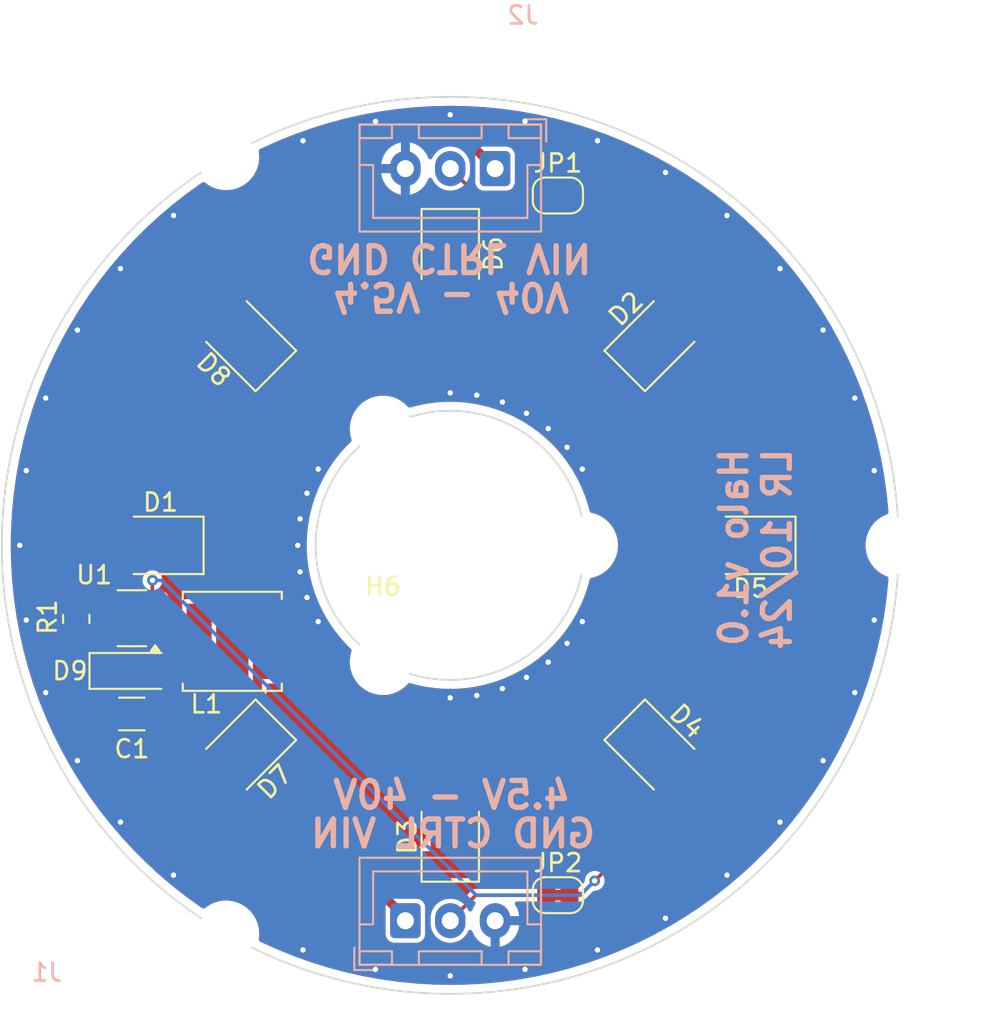
<source format=kicad_pcb>
(kicad_pcb (version 20240108) (generator "pcbnew") (generator_version "8.0")
  (layers (0 "F.Cu" signal) (31 "B.Cu" signal) (34 "B.Paste" user) (35 "F.Paste" user) (36 "B.SilkS" user "B.Silkscreen") (37 "F.SilkS" user "F.Silkscreen") (38 "B.Mask" user) (39 "F.Mask" user) (44 "Edge.Cuts" user))
  (net 0 "")
  (net 1 "+24V")
  (net 2 "GND")
  (net 3 "/V_LED")
  (net 4 "Net-(D1-K)")
  (net 5 "Net-(D2-K)")
  (net 6 "Net-(D3-K)")
  (net 7 "/KATHODE_LED")
  (net 8 "Net-(D9-A)")
  (net 9 "/CTRL")
  (net 10 "Net-(D2-A)")
  (net 11 "Net-(D3-A)")
  (net 12 "Net-(D4-A)")
  (net 13 "Net-(D6-A)")
  (net 14 "Net-(J1-Pin_2)")
  (net 15 "Net-(J2-Pin_2)")
  (footprint "MountingHole:MountingHole_3.2mm_M3" (layer "F.Cu") (at 138.25 93.504809)
    (property "Reference" "H5" (hide yes))
    (property "Value" "MountingHole")
    (pad "" np_thru_hole circle (at 0 0) (size 3.2 3.2) (drill 3.2) (layers "*.Cu" "*.Mask"))
  )
  (footprint "Inductor_SMD:L_Changjiang_FNR5020S" (layer "F.Cu") (at 129.85 105.35 180)
    (property "Reference" "L1" (at 1.45 -3.5 360) (layer "F.SilkS"))
    (property "Value" "47uH")
    (fp_line (start 2.76 2.76) (end 2.76 2.36) (stroke (width 0.12)) (layer "F.SilkS"))
    (fp_line (start 2.76 -2.76) (end 2.76 -2.359999) (stroke (width 0.12)) (layer "F.SilkS"))
    (fp_line (start -2.76 2.76) (end 2.76 2.76) (stroke (width 0.12)) (layer "F.SilkS"))
    (fp_line (start -2.76 2.76) (end -2.76 2.359999) (stroke (width 0.12)) (layer "F.SilkS"))
    (fp_line (start -2.76 -2.76) (end 2.76 -2.76) (stroke (width 0.12)) (layer "F.SilkS"))
    (fp_line (start -2.76 -2.76) (end -2.76 -2.36) (stroke (width 0.12)) (layer "F.SilkS"))
    (pad "1" smd rect (at -1.85 0 180) (size 1.4 4.2) (layers "F.Cu" "F.Paste" "F.Mask") (net 7 "/KATHODE_LED"))
    (pad "2" smd rect (at 1.85 0 180) (size 1.4 4.2) (layers "F.Cu" "F.Paste" "F.Mask") (net 8 "Net-(D9-A)"))
  )
  (footprint "Resistor_SMD:R_0805_2012Metric" (layer "F.Cu") (at 121.15 104.1 -90)
    (property "Reference" "R1" (at -0.1 1.6 90) (layer "F.SilkS"))
    (property "Value" "0R3")
    (fp_line (start -0.227064 0.735) (end 0.227064 0.735) (stroke (width 0.12)) (layer "F.SilkS"))
    (fp_line (start -0.227064 -0.735) (end 0.227064 -0.735) (stroke (width 0.12)) (layer "F.SilkS"))
    (pad "1" smd roundrect (at -0.9125 0 270) (size 1.025 1.4) (layers "F.Cu" "F.Paste" "F.Mask") (roundrect_rratio 0.243902) (net 3 "/V_LED"))
    (pad "2" smd roundrect (at 0.9125 0 270) (size 1.025 1.4) (layers "F.Cu" "F.Paste" "F.Mask") (roundrect_rratio 0.243902) (net 1 "+24V"))
  )
  (footprint "LED_SMD:LED_PLCC_2835_Handsoldering" (layer "F.Cu") (at 142 83.75 -90)
    (property "Reference" "D6" (at 0 -2.4 90) (layer "F.SilkS"))
    (property "Value" "LED")
    (fp_line (start 1.4 1.6) (end -2.5 1.6) (stroke (width 0.12)) (layer "F.SilkS"))
    (fp_line (start -2.5 -1.6) (end -2.5 1.6) (stroke (width 0.12)) (layer "F.SilkS"))
    (fp_line (start 1.4 -1.6) (end -2.5 -1.6) (stroke (width 0.12)) (layer "F.SilkS"))
    (pad "1" smd rect (at -1.05 0 270) (size 2.5 2.2) (layers "F.Cu" "F.Paste" "F.Mask") (net 10 "Net-(D2-A)"))
    (pad "2" smd rect (at 1.525 0 270) (size 1.55 2.2) (layers "F.Cu" "F.Paste" "F.Mask") (net 13 "Net-(D6-A)"))
  )
  (footprint "Jumper:SolderJumper-2_P1.3mm_Bridged_RoundedPad1.0x1.5mm" (layer "F.Cu") (at 148 119.5)
    (property "Reference" "JP2" (at 0 -1.8 360) (layer "F.SilkS"))
    (property "Value" "SolderJumper_2_Bridged")
    (fp_poly (pts (xy 0.25 -0.3) (xy -0.25 -0.3) (xy -0.25 0.3) (xy 0.25 0.3)) (fill solid) (layer "F.Cu"))
    (fp_line (start -1.4 0.3) (end -1.4 -0.3) (stroke (width 0.12)) (layer "F.SilkS"))
    (fp_line (start -0.7 -1) (end 0.7 -1) (stroke (width 0.12)) (layer "F.SilkS"))
    (fp_line (start 0.7 1) (end -0.7 1) (stroke (width 0.12)) (layer "F.SilkS"))
    (fp_line (start 1.4 -0.3) (end 1.4 0.3) (stroke (width 0.12)) (layer "F.SilkS"))
    (fp_arc (start -1.4 -0.3) (mid -1.194975 -0.794975) (end -0.7 -1) (stroke (width 0.12)) (layer "F.SilkS"))
    (fp_arc (start -0.7 1) (mid -1.194975 0.794975) (end -1.4 0.3) (stroke (width 0.12)) (layer "F.SilkS"))
    (fp_arc (start 0.7 -1) (mid 1.194975 -0.794975) (end 1.4 -0.3) (stroke (width 0.12)) (layer "F.SilkS"))
    (fp_arc (start 1.4 0.3) (mid 1.194975 0.794975) (end 0.7 1) (stroke (width 0.12)) (layer "F.SilkS"))
    (pad "1" smd custom (at -0.65 0) (size 1 0.5) (layers "F.Cu" "F.Mask") (net 14 "Net-(J1-Pin_2)") (options (clearance outline) (anchor rect)) (primitives (gr_circle (center 0 0.25) (end 0.5 0.25) (width 0) (fill yes)) (gr_circle (center 0 -0.25) (end 0.5 -0.25) (width 0) (fill yes)) (gr_poly (pts (xy 0.5 0.75) (xy 0 0.75) (xy 0 -0.75) (xy 0.5 -0.75)) (width 0) (fill yes))))
    (pad "2" smd custom (at 0.65 0) (size 1 0.5) (layers "F.Cu" "F.Mask") (net 9 "/CTRL") (options (clearance outline) (anchor rect)) (primitives (gr_circle (center 0 0.25) (end 0.5 0.25) (width 0) (fill yes)) (gr_circle (center 0 -0.25) (end 0.5 -0.25) (width 0) (fill yes)) (gr_poly (pts (xy 0 0.75) (xy -0.5 0.75) (xy -0.5 -0.75) (xy 0 -0.75)) (width 0) (fill yes))))
  )
  (footprint "Diode_SMD:D_SOD-123" (layer "F.Cu") (at 124.25 107)
    (property "Reference" "D9" (at -3.45 0 360) (layer "F.SilkS"))
    (property "Value" "D_Schottky")
    (fp_line (start -2.36 -1) (end -2.36 1) (stroke (width 0.12)) (layer "F.SilkS"))
    (fp_line (start -2.36 -1) (end 1.65 -1) (stroke (width 0.12)) (layer "F.SilkS"))
    (fp_line (start -2.36 1) (end 1.65 1) (stroke (width 0.12)) (layer "F.SilkS"))
    (pad "1" smd roundrect (at -1.65 0) (size 0.9 1.2) (layers "F.Cu" "F.Paste" "F.Mask") (net 1 "+24V"))
    (pad "2" smd roundrect (at 1.65 0) (size 0.9 1.2) (layers "F.Cu" "F.Paste" "F.Mask") (net 8 "Net-(D9-A)"))
  )
  (footprint "MountingHole:MountingHole_3.2mm_M3" (layer "F.Cu") (at 167 100)
    (property "Reference" "H3" (hide yes))
    (property "Value" "MountingHole")
    (pad "" np_thru_hole circle (at 0 0) (size 3.2 3.2) (drill 3.2) (layers "*.Cu" "*.Mask"))
  )
  (footprint "LED_SMD:LED_PLCC_2835_Handsoldering" (layer "F.Cu") (at 130.509515 88.509515 135)
    (property "Reference" "D8" (at 0 -2.4 135) (layer "F.SilkS"))
    (property "Value" "LED")
    (fp_line (start 1.4 -1.6) (end -2.5 -1.6) (stroke (width 0.12)) (layer "F.SilkS"))
    (fp_line (start 1.4 1.6) (end -2.5 1.6) (stroke (width 0.12)) (layer "F.SilkS"))
    (fp_line (start -2.5 -1.6) (end -2.5 1.6) (stroke (width 0.12)) (layer "F.SilkS"))
    (pad "1" smd rect (at -1.05 0 135) (size 2.5 2.2) (layers "F.Cu" "F.Paste" "F.Mask") (net 13 "Net-(D6-A)"))
    (pad "2" smd rect (at 1.525 0 135) (size 1.55 2.2) (layers "F.Cu" "F.Paste" "F.Mask") (net 4 "Net-(D1-K)"))
  )
  (footprint "MountingHole:MountingHole_3.2mm_M3" (layer "F.Cu") (at 129.5 78.349365)
    (property "Reference" "H2" (hide yes))
    (property "Value" "MountingHole")
    (pad "" np_thru_hole circle (at 0 0) (size 3.2 3.2) (drill 3.2) (layers "*.Cu" "*.Mask"))
  )
  (footprint "LED_SMD:LED_PLCC_2835_Handsoldering" (layer "F.Cu") (at 153.490485 88.509515 45)
    (property "Reference" "D2" (at 0 -2.4 45) (layer "F.SilkS"))
    (property "Value" "LED")
    (fp_line (start -2.5 -1.6) (end -2.5 1.6) (stroke (width 0.12)) (layer "F.SilkS"))
    (fp_line (start 1.4 -1.6) (end -2.5 -1.6) (stroke (width 0.12)) (layer "F.SilkS"))
    (fp_line (start 1.4 1.6) (end -2.5 1.6) (stroke (width 0.12)) (layer "F.SilkS"))
    (pad "1" smd rect (at -1.05 0 45) (size 2.5 2.2) (layers "F.Cu" "F.Paste" "F.Mask") (net 5 "Net-(D2-K)"))
    (pad "2" smd rect (at 1.525 0 45) (size 1.55 2.2) (layers "F.Cu" "F.Paste" "F.Mask") (net 10 "Net-(D2-A)"))
  )
  (footprint "MountingHole:MountingHole_3.2mm_M3" (layer "F.Cu") (at 149.5 100)
    (property "Reference" "H4" (hide yes))
    (property "Value" "MountingHole")
    (pad "" np_thru_hole circle (at 0 0) (size 3.2 3.2) (drill 3.2) (layers "*.Cu" "*.Mask"))
  )
  (footprint "LED_SMD:LED_PLCC_2835_Handsoldering" (layer "F.Cu") (at 153.490485 111.490485 -45)
    (property "Reference" "D4" (at 0 -2.4 135) (layer "F.SilkS"))
    (property "Value" "LED")
    (fp_line (start -2.5 -1.6) (end -2.5 1.6) (stroke (width 0.12)) (layer "F.SilkS"))
    (fp_line (start 1.4 1.6) (end -2.5 1.6) (stroke (width 0.12)) (layer "F.SilkS"))
    (fp_line (start 1.4 -1.6) (end -2.5 -1.6) (stroke (width 0.12)) (layer "F.SilkS"))
    (pad "1" smd rect (at -1.05 0 315) (size 2.5 2.2) (layers "F.Cu" "F.Paste" "F.Mask") (net 11 "Net-(D3-A)"))
    (pad "2" smd rect (at 1.525 0 315) (size 1.55 2.2) (layers "F.Cu" "F.Paste" "F.Mask") (net 12 "Net-(D4-A)"))
  )
  (footprint "Package_TO_SOT_SMD:TSOT-23-5" (layer "F.Cu") (at 124.25 104.0625 180)
    (property "Reference" "U1" (at 2.1 2.4125 360) (layer "F.SilkS"))
    (property "Value" "AL8860MP")
    (fp_line (start 0 1.56) (end 0.8 1.56) (stroke (width 0.12)) (layer "F.SilkS"))
    (fp_line (start 0 1.56) (end -0.8 1.56) (stroke (width 0.12)) (layer "F.SilkS"))
    (fp_line (start 0 -1.56) (end 0.8 -1.56) (stroke (width 0.12)) (layer "F.SilkS"))
    (fp_line (start 0 -1.56) (end -0.8 -1.56) (stroke (width 0.12)) (layer "F.SilkS"))
    (fp_poly (pts (xy -1.3 -1.51) (xy -1.54 -1.84) (xy -1.06 -1.84) (xy -1.3 -1.51)) (stroke (width 0.12)) (fill solid) (layer "F.SilkS"))
    (pad "1" smd roundrect (at -1.1375 -0.95 180) (size 1.325 0.6) (layers "F.Cu" "F.Paste" "F.Mask") (net 8 "Net-(D9-A)"))
    (pad "2" smd roundrect (at -1.1375 0 180) (size 1.325 0.6) (layers "F.Cu" "F.Paste" "F.Mask") (net 2 "GND"))
    (pad "3" smd roundrect (at -1.1375 0.95 180) (size 1.325 0.6) (layers "F.Cu" "F.Paste" "F.Mask") (net 9 "/CTRL"))
    (pad "4" smd roundrect (at 1.1375 0.95 180) (size 1.325 0.6) (layers "F.Cu" "F.Paste" "F.Mask") (net 3 "/V_LED"))
    (pad "5" smd roundrect (at 1.1375 -0.95 180) (size 1.325 0.6) (layers "F.Cu" "F.Paste" "F.Mask") (net 1 "+24V"))
  )
  (footprint "MountingHole:MountingHole_3.2mm_M3" (layer "F.Cu") (at 138.25 106.495191)
    (property "Reference" "H6" (at 0 -4.2 0) (layer "F.SilkS"))
    (property "Value" "MountingHole")
    (pad "" np_thru_hole circle (at 0 0) (size 3.2 3.2) (drill 3.2) (layers "*.Cu" "*.Mask"))
  )
  (footprint "MountingHole:MountingHole_3.2mm_M3" (layer "F.Cu") (at 129.5 121.650635)
    (property "Reference" "H1" (hide yes))
    (property "Value" "MountingHole")
    (pad "" np_thru_hole circle (at 0 0) (size 3.2 3.2) (drill 3.2) (layers "*.Cu" "*.Mask"))
  )
  (footprint "LED_SMD:LED_PLCC_2835_Handsoldering" (layer "F.Cu") (at 130.509515 111.490485 -135)
    (property "Reference" "D7" (at 0 -2.4 45) (layer "F.SilkS"))
    (property "Value" "LED")
    (fp_line (start 1.4 1.6) (end -2.5 1.6) (stroke (width 0.12)) (layer "F.SilkS"))
    (fp_line (start 1.4 -1.6) (end -2.5 -1.6) (stroke (width 0.12)) (layer "F.SilkS"))
    (fp_line (start -2.5 -1.6) (end -2.5 1.6) (stroke (width 0.12)) (layer "F.SilkS"))
    (pad "1" smd rect (at -1.05 0 225) (size 2.5 2.2) (layers "F.Cu" "F.Paste" "F.Mask") (net 7 "/KATHODE_LED"))
    (pad "2" smd rect (at 1.525 0 225) (size 1.55 2.2) (layers "F.Cu" "F.Paste" "F.Mask") (net 6 "Net-(D3-K)"))
  )
  (footprint "LED_SMD:LED_PLCC_2835_Handsoldering" (layer "F.Cu") (at 142 116.25 90)
    (property "Reference" "D3" (at 0 -2.4 90) (layer "F.SilkS"))
    (property "Value" "LED")
    (fp_line (start 1.4 -1.6) (end -2.5 -1.6) (stroke (width 0.12)) (layer "F.SilkS"))
    (fp_line (start -2.5 -1.6) (end -2.5 1.6) (stroke (width 0.12)) (layer "F.SilkS"))
    (fp_line (start 1.4 1.6) (end -2.5 1.6) (stroke (width 0.12)) (layer "F.SilkS"))
    (pad "1" smd rect (at -1.05 0 90) (size 2.5 2.2) (layers "F.Cu" "F.Paste" "F.Mask") (net 6 "Net-(D3-K)"))
    (pad "2" smd rect (at 1.525 0 90) (size 1.55 2.2) (layers "F.Cu" "F.Paste" "F.Mask") (net 11 "Net-(D3-A)"))
  )
  (footprint "LED_SMD:LED_PLCC_2835_Handsoldering" (layer "F.Cu") (at 125.75 100 180)
    (property "Reference" "D1" (at -0.1 2.4 0) (layer "F.SilkS"))
    (property "Value" "LED")
    (fp_line (start 1.4 1.6) (end -2.5 1.6) (stroke (width 0.12)) (layer "F.SilkS"))
    (fp_line (start 1.4 -1.6) (end -2.5 -1.6) (stroke (width 0.12)) (layer "F.SilkS"))
    (fp_line (start -2.5 -1.6) (end -2.5 1.6) (stroke (width 0.12)) (layer "F.SilkS"))
    (pad "1" smd rect (at -1.05 0 180) (size 2.5 2.2) (layers "F.Cu" "F.Paste" "F.Mask") (net 4 "Net-(D1-K)"))
    (pad "2" smd rect (at 1.525 0 180) (size 1.55 2.2) (layers "F.Cu" "F.Paste" "F.Mask") (net 3 "/V_LED"))
  )
  (footprint "Capacitor_SMD:C_1206_3216Metric_Pad1.33x1.80mm_HandSolder" (layer "F.Cu") (at 124.25 109.4)
    (property "Reference" "C1" (at 0 1.95 360) (layer "F.SilkS"))
    (property "Value" "10uF")
    (fp_line (start -0.711252 -0.91) (end 0.711252 -0.91) (stroke (width 0.12)) (layer "F.SilkS"))
    (fp_line (start -0.711252 0.91) (end 0.711252 0.91) (stroke (width 0.12)) (layer "F.SilkS"))
    (pad "1" smd roundrect (at -1.5625 0) (size 1.325 1.8) (layers "F.Cu" "F.Paste" "F.Mask") (roundrect_rratio 0.188679) (net 1 "+24V"))
    (pad "2" smd roundrect (at 1.5625 0) (size 1.325 1.8) (layers "F.Cu" "F.Paste" "F.Mask") (roundrect_rratio 0.188679) (net 2 "GND"))
  )
  (footprint "Jumper:SolderJumper-2_P1.3mm_Bridged_RoundedPad1.0x1.5mm" (layer "F.Cu") (at 148 80.5)
    (property "Reference" "JP1" (at 0 -1.8 360) (layer "F.SilkS"))
    (property "Value" "SolderJumper_2_Bridged")
    (fp_poly (pts (xy 0.25 -0.3) (xy -0.25 -0.3) (xy -0.25 0.3) (xy 0.25 0.3)) (fill solid) (layer "F.Cu"))
    (fp_line (start -1.4 0.3) (end -1.4 -0.3) (stroke (width 0.12)) (layer "F.SilkS"))
    (fp_line (start -0.7 -1) (end 0.7 -1) (stroke (width 0.12)) (layer "F.SilkS"))
    (fp_line (start 0.7 1) (end -0.7 1) (stroke (width 0.12)) (layer "F.SilkS"))
    (fp_line (start 1.4 -0.3) (end 1.4 0.3) (stroke (width 0.12)) (layer "F.SilkS"))
    (fp_arc (start -1.4 -0.3) (mid -1.194975 -0.794975) (end -0.7 -1) (stroke (width 0.12)) (layer "F.SilkS"))
    (fp_arc (start -0.7 1) (mid -1.194975 0.794975) (end -1.4 0.3) (stroke (width 0.12)) (layer "F.SilkS"))
    (fp_arc (start 0.7 -1) (mid 1.194975 -0.794975) (end 1.4 -0.3) (stroke (width 0.12)) (layer "F.SilkS"))
    (fp_arc (start 1.4 0.3) (mid 1.194975 0.794975) (end 0.7 1) (stroke (width 0.12)) (layer "F.SilkS"))
    (pad "1" smd custom (at -0.65 0) (size 1 0.5) (layers "F.Cu" "F.Mask") (net 15 "Net-(J2-Pin_2)") (options (clearance outline) (anchor rect)) (primitives (gr_circle (center 0 0.25) (end 0.5 0.25) (width 0) (fill yes)) (gr_circle (center 0 -0.25) (end 0.5 -0.25) (width 0) (fill yes)) (gr_poly (pts (xy 0.5 0.75) (xy 0 0.75) (xy 0 -0.75) (xy 0.5 -0.75)) (width 0) (fill yes))))
    (pad "2" smd custom (at 0.65 0) (size 1 0.5) (layers "F.Cu" "F.Mask") (net 9 "/CTRL") (options (clearance outline) (anchor rect)) (primitives (gr_circle (center 0 0.25) (end 0.5 0.25) (width 0) (fill yes)) (gr_circle (center 0 -0.25) (end 0.5 -0.25) (width 0) (fill yes)) (gr_poly (pts (xy 0 0.75) (xy -0.5 0.75) (xy -0.5 -0.75) (xy 0 -0.75)) (width 0) (fill yes))))
  )
  (footprint "LED_SMD:LED_PLCC_2835_Handsoldering" (layer "F.Cu") (at 158.75 100 180)
    (property "Reference" "D5" (at 0 -2.4 180) (layer "F.SilkS"))
    (property "Value" "LED")
    (fp_line (start 1.4 1.6) (end -2.5 1.6) (stroke (width 0.12)) (layer "F.SilkS"))
    (fp_line (start 1.4 -1.6) (end -2.5 -1.6) (stroke (width 0.12)) (layer "F.SilkS"))
    (fp_line (start -2.5 -1.6) (end -2.5 1.6) (stroke (width 0.12)) (layer "F.SilkS"))
    (pad "1" smd rect (at -1.05 0 180) (size 2.5 2.2) (layers "F.Cu" "F.Paste" "F.Mask") (net 12 "Net-(D4-A)"))
    (pad "2" smd rect (at 1.525 0 180) (size 1.55 2.2) (layers "F.Cu" "F.Paste" "F.Mask") (net 5 "Net-(D2-K)"))
  )
  (footprint "Connector_JST:JST_XH_B3B-XH-A_1x03_P2.50mm_Vertical" (layer "B.Cu") (at 139.5 120.925)
    (property "Reference" "J1" (at -20 2.875 0) (layer "B.SilkS") (effects (justify mirror)))
    (property "Value" "Conn_01x03_Pin")
    (fp_line (start -2.85 1.5) (end -2.85 2.75) (stroke (width 0.12)) (layer "B.SilkS"))
    (fp_line (start -2.85 2.75) (end -1.6 2.75) (stroke (width 0.12)) (layer "B.SilkS"))
    (fp_line (start -2.56 -3.51) (end -2.56 2.46) (stroke (width 0.12)) (layer "B.SilkS"))
    (fp_line (start -2.56 2.46) (end 7.56 2.46) (stroke (width 0.12)) (layer "B.SilkS"))
    (fp_line (start -2.55 1.7) (end -2.55 2.45) (stroke (width 0.12)) (layer "B.SilkS"))
    (fp_line (start -2.55 2.45) (end -0.75 2.45) (stroke (width 0.12)) (layer "B.SilkS"))
    (fp_line (start -1.8 -2.75) (end -1.8 0.2) (stroke (width 0.12)) (layer "B.SilkS"))
    (fp_line (start -1.8 0.2) (end -2.55 0.2) (stroke (width 0.12)) (layer "B.SilkS"))
    (fp_line (start -0.75 1.7) (end -2.55 1.7) (stroke (width 0.12)) (layer "B.SilkS"))
    (fp_line (start -0.75 2.45) (end -0.75 1.7) (stroke (width 0.12)) (layer "B.SilkS"))
    (fp_line (start 0.75 1.7) (end 0.75 2.45) (stroke (width 0.12)) (layer "B.SilkS"))
    (fp_line (start 0.75 2.45) (end 4.25 2.45) (stroke (width 0.12)) (layer "B.SilkS"))
    (fp_line (start 2.5 -2.75) (end -1.8 -2.75) (stroke (width 0.12)) (layer "B.SilkS"))
    (fp_line (start 2.5 -2.75) (end 6.8 -2.75) (stroke (width 0.12)) (layer "B.SilkS"))
    (fp_line (start 4.25 1.7) (end 0.75 1.7) (stroke (width 0.12)) (layer "B.SilkS"))
    (fp_line (start 4.25 2.45) (end 4.25 1.7) (stroke (width 0.12)) (layer "B.SilkS"))
    (fp_line (start 5.75 1.7) (end 5.75 2.45) (stroke (width 0.12)) (layer "B.SilkS"))
    (fp_line (start 5.75 2.45) (end 7.55 2.45) (stroke (width 0.12)) (layer "B.SilkS"))
    (fp_line (start 6.8 -2.75) (end 6.8 0.2) (stroke (width 0.12)) (layer "B.SilkS"))
    (fp_line (start 6.8 0.2) (end 7.55 0.2) (stroke (width 0.12)) (layer "B.SilkS"))
    (fp_line (start 7.55 1.7) (end 5.75 1.7) (stroke (width 0.12)) (layer "B.SilkS"))
    (fp_line (start 7.55 2.45) (end 7.55 1.7) (stroke (width 0.12)) (layer "B.SilkS"))
    (fp_line (start 7.56 -3.51) (end -2.56 -3.51) (stroke (width 0.12)) (layer "B.SilkS"))
    (fp_line (start 7.56 2.46) (end 7.56 -3.51) (stroke (width 0.12)) (layer "B.SilkS"))
    (pad "1" thru_hole roundrect (at 0 0) (size 1.7 1.95) (drill 0.95) (layers "*.Cu" "*.Mask") (roundrect_rratio 0.147059) (net 1 "+24V"))
    (pad "2" thru_hole oval (at 2.5 0) (size 1.7 1.95) (drill 0.95) (layers "*.Cu" "*.Mask") (net 14 "Net-(J1-Pin_2)"))
    (pad "3" thru_hole oval (at 5 0) (size 1.7 1.95) (drill 0.95) (layers "*.Cu" "*.Mask") (net 2 "GND"))
  )
  (footprint "Connector_JST:JST_XH_B3B-XH-A_1x03_P2.50mm_Vertical" (layer "B.Cu") (at 144.5 79 180)
    (property "Reference" "J2" (at -1.55 8.55 0) (layer "B.SilkS") (effects (justify mirror)))
    (property "Value" "Conn_01x03_Pin")
    (fp_line (start 7.56 2.46) (end 7.56 -3.51) (stroke (width 0.12)) (layer "B.SilkS"))
    (fp_line (start 7.56 -3.51) (end -2.56 -3.51) (stroke (width 0.12)) (layer "B.SilkS"))
    (fp_line (start 7.55 2.45) (end 7.55 1.7) (stroke (width 0.12)) (layer "B.SilkS"))
    (fp_line (start 7.55 1.7) (end 5.75 1.7) (stroke (width 0.12)) (layer "B.SilkS"))
    (fp_line (start 6.8 0.2) (end 7.55 0.2) (stroke (width 0.12)) (layer "B.SilkS"))
    (fp_line (start 6.8 -2.75) (end 6.8 0.2) (stroke (width 0.12)) (layer "B.SilkS"))
    (fp_line (start 5.75 2.45) (end 7.55 2.45) (stroke (width 0.12)) (layer "B.SilkS"))
    (fp_line (start 5.75 1.7) (end 5.75 2.45) (stroke (width 0.12)) (layer "B.SilkS"))
    (fp_line (start 4.25 2.45) (end 4.25 1.7) (stroke (width 0.12)) (layer "B.SilkS"))
    (fp_line (start 4.25 1.7) (end 0.75 1.7) (stroke (width 0.12)) (layer "B.SilkS"))
    (fp_line (start 2.5 -2.75) (end 6.8 -2.75) (stroke (width 0.12)) (layer "B.SilkS"))
    (fp_line (start 2.5 -2.75) (end -1.8 -2.75) (stroke (width 0.12)) (layer "B.SilkS"))
    (fp_line (start 0.75 2.45) (end 4.25 2.45) (stroke (width 0.12)) (layer "B.SilkS"))
    (fp_line (start 0.75 1.7) (end 0.75 2.45) (stroke (width 0.12)) (layer "B.SilkS"))
    (fp_line (start -0.75 2.45) (end -0.75 1.7) (stroke (width 0.12)) (layer "B.SilkS"))
    (fp_line (start -0.75 1.7) (end -2.55 1.7) (stroke (width 0.12)) (layer "B.SilkS"))
    (fp_line (start -1.8 0.2) (end -2.55 0.2) (stroke (width 0.12)) (layer "B.SilkS"))
    (fp_line (start -1.8 -2.75) (end -1.8 0.2) (stroke (width 0.12)) (layer "B.SilkS"))
    (fp_line (start -2.55 2.45) (end -0.75 2.45) (stroke (width 0.12)) (layer "B.SilkS"))
    (fp_line (start -2.55 1.7) (end -2.55 2.45) (stroke (width 0.12)) (layer "B.SilkS"))
    (fp_line (start -2.56 2.46) (end 7.56 2.46) (stroke (width 0.12)) (layer "B.SilkS"))
    (fp_line (start -2.56 -3.51) (end -2.56 2.46) (stroke (width 0.12)) (layer "B.SilkS"))
    (fp_line (start -2.85 2.75) (end -1.6 2.75) (stroke (width 0.12)) (layer "B.SilkS"))
    (fp_line (start -2.85 1.5) (end -2.85 2.75) (stroke (width 0.12)) (layer "B.SilkS"))
    (pad "1" thru_hole roundrect (at 0 0 180) (size 1.7 1.95) (drill 0.95) (layers "*.Cu" "*.Mask") (roundrect_rratio 0.147059) (net 1 "+24V"))
    (pad "2" thru_hole oval (at 2.5 0 180) (size 1.7 1.95) (drill 0.95) (layers "*.Cu" "*.Mask") (net 15 "Net-(J2-Pin_2)"))
    (pad "3" thru_hole oval (at 5 0 180) (size 1.7 1.95) (drill 0.95) (layers "*.Cu" "*.Mask") (net 2 "GND"))
  )
  (gr_circle (center 142 100) (end 149.5 100) (stroke (width 0.1)) (fill none) (layer "Edge.Cuts"))
  (gr_circle (center 142 100) (end 167 100) (stroke (width 0.1)) (fill none) (layer "Edge.Cuts"))
  (gr_text "4.5V - 40V" (at 148.85 114.8 0) (layer "B.SilkS") (effects (font (size 1.5 1.5) (thickness 0.3) (bold yes)) (justify left bottom mirror)))
  (gr_text "GND CTRL VIN" (at 150.25 116.95 0) (layer "B.SilkS") (effects (font (size 1.5 1.5) (thickness 0.3) (bold yes)) (justify left bottom mirror)))
  (gr_text "4.5V - 40V" (at 135.25 85.25 180) (layer "B.SilkS") (effects (font (size 1.5 1.5) (thickness 0.3) (bold yes)) (justify left bottom mirror)))
  (gr_text "Halo v1.0\nLR 10/24" (at 161.1 94.45 90) (layer "B.SilkS") (effects (font (size 1.5 1.5) (thickness 0.3) (bold yes)) (justify left bottom mirror)))
  (gr_text "GND CTRL VIN" (at 133.85 83.1 180) (layer "B.SilkS") (effects (font (size 1.5 1.5) (thickness 0.3) (bold yes)) (justify left bottom mirror)))
  (segment (start 125.35 98.1) (end 126.15 97.3) (width 0.5) (layer "F.Cu") (net 1))
  (segment (start 121.15 106.25) (end 121.15 105.0125) (width 0.5) (layer "F.Cu") (net 1))
  (segment (start 123.35 98.1) (end 125.35 98.1) (width 0.5) (layer "F.Cu") (net 1))
  (segment (start 120.4 102.15) (end 121.65 102.15) (width 0.5) (layer "F.Cu") (net 1))
  (segment (start 139.5 120.75) (end 137.61005 118.86005) (width 0.5) (layer "F.Cu") (net 1))
  (segment (start 122.95 100.85) (end 122.95 98.5) (width 0.5) (layer "F.Cu") (net 1))
  (segment (start 126.15 97.3) (end 126.15 88.979942) (width 0.5) (layer "F.Cu") (net 1))
  (segment (start 119.95 104) (end 119.95 102.6) (width 0.5) (layer "F.Cu") (net 1))
  (segment (start 126.15 88.979942) (end 137.879942 77.25) (width 0.5) (layer "F.Cu") (net 1))
  (segment (start 142.75 77.25) (end 144.5 79) (width 0.5) (layer "F.Cu") (net 1))
  (segment (start 122.6 107) (end 121.9 107) (width 0.5) (layer "F.Cu") (net 1))
  (segment (start 121.15 105.0125) (end 123.1125 105.0125) (width 0.5) (layer "F.Cu") (net 1))
  (segment (start 120.9625 105.0125) (end 119.95 104) (width 0.5) (layer "F.Cu") (net 1))
  (segment (start 119.95 102.6) (end 120.4 102.15) (width 0.5) (layer "F.Cu") (net 1))
  (segment (start 122.6 109.3125) (end 122.6875 109.4) (width 0.5) (layer "F.Cu") (net 1))
  (segment (start 137.61005 118) (end 137.2 117.589949) (width 0.5) (layer "F.Cu") (net 1))
  (segment (start 122.6875 110.1875) (end 122.6875 109.4) (width 0.5) (layer "F.Cu") (net 1))
  (segment (start 135.510051 115.9) (end 130.95 115.9) (width 0.5) (layer "F.Cu") (net 1))
  (segment (start 122.95 98.5) (end 123.35 98.1) (width 0.5) (layer "F.Cu") (net 1))
  (segment (start 123.45 110.95) (end 122.6875 110.1875) (width 0.5) (layer "F.Cu") (net 1))
  (segment (start 121.15 105.0125) (end 120.9625 105.0125) (width 0.5) (layer "F.Cu") (net 1))
  (segment (start 137.2 117.589949) (end 135.510051 115.9) (width 0.5) (layer "F.Cu") (net 1))
  (segment (start 130.95 115.9) (end 126 110.95) (width 0.5) (layer "F.Cu") (net 1))
  (segment (start 137.61005 118.86005) (end 137.61005 118) (width 0.5) (layer "F.Cu") (net 1))
  (segment (start 121.65 102.15) (end 122.95 100.85) (width 0.5) (layer "F.Cu") (net 1))
  (segment (start 139.5 120.925) (end 139.5 120.75) (width 0.5) (layer "F.Cu") (net 1))
  (segment (start 126 110.95) (end 123.45 110.95) (width 0.5) (layer "F.Cu") (net 1))
  (segment (start 137.879942 77.25) (end 142.75 77.25) (width 0.5) (layer "F.Cu") (net 1))
  (segment (start 122.6 107) (end 122.6 109.3125) (width 0.5) (layer "F.Cu") (net 1))
  (segment (start 121.9 107) (end 121.15 106.25) (width 0.5) (layer "F.Cu") (net 1))
  (segment (start 139.5 121.15) (end 139.5 120.925) (width 0.5) (layer "B.Cu") (net 1))
  (via (at 148.511378 94.536305) (size 0.6) (drill 0.3) (layers "F.Cu" "B.Cu") (net 2))
  (via (at 133.629134 101.47601) (size 0.6) (drill 0.3) (layers "F.Cu" "B.Cu") (net 2))
  (via (at 142 76) (size 0.6) (drill 0.3) (layers "F.Cu" "B.Cu") (net 2))
  (via (at 147.463695 93.488622) (size 0.6) (drill 0.3) (layers "F.Cu" "B.Cu") (net 2))
  (via (at 126.573097 118.385067) (size 0.6) (drill 0.3) (layers "F.Cu" "B.Cu") (net 2))
  (via (at 144.907171 107.987387) (size 0.6) (drill 0.3) (layers "F.Cu" "B.Cu") (net 2))
  (via (at 150.208483 77.447377) (size 0.6) (drill 0.3) (layers "F.Cu" "B.Cu") (net 2))
  (via (at 133.629134 98.52399) (size 0.6) (drill 0.3) (layers "F.Cu" "B.Cu") (net 2))
  (via (at 142 91.5) (size 0.6) (drill 0.3) (layers "F.Cu" "B.Cu") (net 2))
  (via (at 149.361216 104.25) (size 0.6) (drill 0.3) (layers "F.Cu" "B.Cu") (net 2))
  (via (at 142 124) (size 0.6) (drill 0.3) (layers "F.Cu" "B.Cu") (net 2))
  (via (at 160.385067 115.426903) (size 0.6) (drill 0.3) (layers "F.Cu" "B.Cu") (net 2))
  (via (at 134.638784 104.25) (size 0.6) (drill 0.3) (layers "F.Cu" "B.Cu") (net 2))
  (via (at 123.614933 115.426903) (size 0.6) (drill 0.3) (layers "F.Cu" "B.Cu") (net 2))
  (via (at 154 120.78461) (size 0.6) (drill 0.3) (layers "F.Cu" "B.Cu") (net 2))
  (via (at 142 108.5) (size 0.6) (drill 0.3) (layers "F.Cu" "B.Cu") (net 2))
  (via (at 146.25 107.361216) (size 0.6) (drill 0.3) (layers "F.Cu" "B.Cu") (net 2))
  (via (at 154 79.21539) (size 0.6) (drill 0.3) (layers "F.Cu" "B.Cu") (net 2))
  (via (at 164.552623 91.791517) (size 0.6) (drill 0.3) (layers "F.Cu" "B.Cu") (net 2))
  (via (at 143.47601 108.370866) (size 0.6) (drill 0.3) (layers "F.Cu" "B.Cu") (net 2))
  (via (at 134.012613 102.907171) (size 0.6) (drill 0.3) (layers "F.Cu" "B.Cu") (net 2))
  (via (at 118 100) (size 0.6) (drill 0.3) (layers "F.Cu" "B.Cu") (net 2))
  (via (at 134.012613 97.092829) (size 0.6) (drill 0.3) (layers "F.Cu" "B.Cu") (net 2))
  (via (at 149.361216 95.75) (size 0.6) (drill 0.3) (layers "F.Cu" "B.Cu") (net 2))
  (via (at 146.25 92.638784) (size 0.6) (drill 0.3) (layers "F.Cu" "B.Cu") (net 2))
  (via (at 148.511378 105.463695) (size 0.6) (drill 0.3) (layers "F.Cu" "B.Cu") (net 2))
  (via (at 133.791517 122.552623) (size 0.6) (drill 0.3) (layers "F.Cu" "B.Cu") (net 2))
  (via (at 165.635386 104.167556) (size 0.6) (drill 0.3) (layers "F.Cu" "B.Cu") (net 2))
  (via (at 118.364614 104.167556) (size 0.6) (drill 0.3) (layers "F.Cu" "B.Cu") (net 2))
  (via (at 134.638784 95.75) (size 0.6) (drill 0.3) (layers "F.Cu" "B.Cu") (net 2))
  (via (at 162.78461 112) (size 0.6) (drill 0.3) (layers "F.Cu" "B.Cu") (net 2))
  (via (at 144.907171 92.012613) (size 0.6) (drill 0.3) (layers "F.Cu" "B.Cu") (net 2))
  (via (at 119.447377 108.208483) (size 0.6) (drill 0.3) (layers "F.Cu" "B.Cu") (net 2))
  (via (at 118.364614 95.832444) (size 0.6) (drill 0.3) (layers "F.Cu" "B.Cu") (net 2))
  (via (at 162.78461 88) (size 0.6) (drill 0.3) (layers "F.Cu" "B.Cu") (net 2))
  (via (at 143.47601 91.629134) (size 0.6) (drill 0.3) (layers "F.Cu" "B.Cu") (net 2))
  (via (at 121.21539 88) (size 0.6) (drill 0.3) (layers "F.Cu" "B.Cu") (net 2))
  (via (at 146.167556 123.635386) (size 0.6) (drill 0.3) (layers "F.Cu" "B.Cu") (net 2))
  (via (at 160.385067 84.573097) (size 0.6) (drill 0.3) (layers "F.Cu" "B.Cu") (net 2))
  (via (at 123.614933 84.573097) (size 0.6) (drill 0.3) (layers "F.Cu" "B.Cu") (net 2))
  (via (at 165.635386 95.832444) (size 0.6) (drill 0.3) (layers "F.Cu" "B.Cu") (net 2))
  (via (at 119.447377 91.791517) (size 0.6) (drill 0.3) (layers "F.Cu" "B.Cu") (net 2))
  (via (at 146.167556 76.364614) (size 0.6) (drill 0.3) (layers "F.Cu" "B.Cu") (net 2))
  (via (at 150.208483 122.552623) (size 0.6) (drill 0.3) (layers "F.Cu" "B.Cu") (net 2))
  (via (at 157.426903 81.614933) (size 0.6) (drill 0.3) (layers "F.Cu" "B.Cu") (net 2))
  (via (at 164.552623 108.208483) (size 0.6) (drill 0.3) (layers "F.Cu" "B.Cu") (net 2))
  (via (at 121.21539 112) (size 0.6) (drill 0.3) (layers "F.Cu" "B.Cu") (net 2))
  (via (at 126.573097 81.614933) (size 0.6) (drill 0.3) (layers "F.Cu" "B.Cu") (net 2))
  (via (at 133.5 100) (size 0.6) (drill 0.3) (layers "F.Cu" "B.Cu") (net 2))
  (via (at 157.426903 118.385067) (size 0.6) (drill 0.3) (layers "F.Cu" "B.Cu") (net 2))
  (via (at 133.791517 77.447377) (size 0.6) (drill 0.3) (layers "F.Cu" "B.Cu") (net 2))
  (via (at 147.463695 106.511378) (size 0.6) (drill 0.3) (layers "F.Cu" "B.Cu") (net 2))
  (via (at 137.832444 76.364614) (size 0.6) (drill 0.3) (layers "F.Cu" "B.Cu") (net 2))
  (via (at 137.832444 123.635386) (size 0.6) (drill 0.3) (layers "F.Cu" "B.Cu") (net 2))
  (segment (start 124.225 102.275) (end 123.3875 103.1125) (width 0.5) (layer "F.Cu") (net 3))
  (segment (start 121.15 103.1875) (end 121.2375 103.1) (width 0.5) (layer "F.Cu") (net 3))
  (segment (start 123.1 103.1) (end 123.1125 103.1125) (width 0.5) (layer "F.Cu") (net 3))
  (segment (start 121.2375 103.1) (end 123.1 103.1) (width 0.5) (layer "F.Cu") (net 3))
  (segment (start 124.225 100) (end 124.225 102.275) (width 0.5) (layer "F.Cu") (net 3))
  (segment (start 123.3875 103.1125) (end 123.1125 103.1125) (width 0.5) (layer "F.Cu") (net 3))
  (segment (start 126.975 99.825) (end 126.975 89.887354) (width 0.5) (layer "F.Cu") (net 4))
  (segment (start 126.975 89.887354) (end 129.431177 87.431177) (width 0.5) (layer "F.Cu") (net 4))
  (segment (start 126.8 100) (end 126.975 99.825) (width 0.5) (layer "F.Cu") (net 4))
  (segment (start 127.275 99.625) (end 127.275 100) (width 0.5) (layer "F.Cu") (net 4))
  (segment (start 152.748023 89.251977) (end 157.2 93.703954) (width 0.5) (layer "F.Cu") (net 5))
  (segment (start 157.2 93.703954) (end 157.2 99.975) (width 0.5) (layer "F.Cu") (net 5))
  (segment (start 157.2 99.975) (end 157.225 100) (width 0.2) (layer "F.Cu") (net 5))
  (segment (start 142 117.3) (end 137.9 117.3) (width 0.5) (layer "F.Cu") (net 6))
  (segment (start 135.8 115.2) (end 132.062354 115.2) (width 0.5) (layer "F.Cu") (net 6))
  (segment (start 137.9 117.3) (end 135.8 115.2) (width 0.5) (layer "F.Cu") (net 6))
  (segment (start 132.062354 115.2) (end 129.431177 112.568823) (width 0.5) (layer "F.Cu") (net 6))
  (segment (start 131.203954 110.7) (end 131.251977 110.748023) (width 0.5) (layer "F.Cu") (net 7))
  (segment (start 131.251977 105.498023) (end 131.4 105.35) (width 0.5) (layer "F.Cu") (net 7))
  (segment (start 131.251977 110.748023) (end 131.251977 105.498023) (width 0.5) (layer "F.Cu") (net 7))
  (segment (start 125.3875 105.0125) (end 127.3625 105.0125) (width 0.5) (layer "F.Cu") (net 8))
  (segment (start 125.9 107) (end 125.9 106.1) (width 0.5) (layer "F.Cu") (net 8))
  (segment (start 125.3875 105.5875) (end 125.3875 105.0125) (width 0.5) (layer "F.Cu") (net 8))
  (segment (start 125.9 106.1) (end 125.3875 105.5875) (width 0.5) (layer "F.Cu") (net 8))
  (segment (start 127.3625 105.0125) (end 127.7 105.35) (width 0.5) (layer "F.Cu") (net 8))
  (segment (start 125.3875 101.9625) (end 125.4 101.95) (width 0.2) (layer "F.Cu") (net 9))
  (segment (start 161.45 92.7) (end 149.05 80.3) (width 0.2) (layer "F.Cu") (net 9))
  (segment (start 149.05 80.3) (end 148.65 80.3) (width 0.2) (layer "F.Cu") (net 9))
  (segment (start 150.05 118.7) (end 161.45 107.3) (width 0.2) (layer "F.Cu") (net 9))
  (segment (start 150.05 118.7) (end 149.33918 119.41082) (width 0.2) (layer "F.Cu") (net 9))
  (segment (start 125.3875 103.1125) (end 125.3875 101.9625) (width 0.2) (layer "F.Cu") (net 9))
  (segment (start 161.45 107.3) (end 161.45 92.7) (width 0.2) (layer "F.Cu") (net 9))
  (segment (start 149.33918 119.41082) (end 148.711387 119.41082) (width 0.2) (layer "F.Cu") (net 9))
  (via (at 125.4 101.95) (size 0.6) (drill 0.3) (layers "F.Cu" "B.Cu") (net 9))
  (via (at 150.05 118.7) (size 0.6) (drill 0.3) (layers "F.Cu" "B.Cu") (net 9))
  (segment (start 150.05 118.7) (end 149.25 119.5) (width 0.2) (layer "B.Cu") (net 9))
  (segment (start 125.9 101.95) (end 125.4 101.95) (width 0.2) (layer "B.Cu") (net 9))
  (segment (start 143.45 119.5) (end 125.9 101.95) (width 0.2) (layer "B.Cu") (net 9))
  (segment (start 149.25 119.5) (end 143.45 119.5) (width 0.2) (layer "B.Cu") (net 9))
  (segment (start 149.837646 82.7) (end 154.568823 87.431177) (width 0.5) (layer "F.Cu") (net 10))
  (segment (start 142 82.7) (end 149.837646 82.7) (width 0.5) (layer "F.Cu") (net 10))
  (segment (start 148.771046 114.725) (end 142 114.725) (width 0.5) (layer "F.Cu") (net 11))
  (segment (start 152.748023 110.748023) (end 148.771046 114.725) (width 0.5) (layer "F.Cu") (net 11))
  (segment (start 159.8 100) (end 159.8 107.337646) (width 0.5) (layer "F.Cu") (net 12))
  (segment (start 159.8 107.337646) (end 154.568823 112.568823) (width 0.5) (layer "F.Cu") (net 12))
  (segment (start 131.251977 89.251977) (end 135.228954 85.275) (width 0.5) (layer "F.Cu") (net 13))
  (segment (start 135.228954 85.275) (end 142 85.275) (width 0.5) (layer "F.Cu") (net 13))
  (segment (start 143.425 119.5) (end 147.322207 119.5) (width 0.2) (layer "F.Cu") (net 14))
  (segment (start 142 120.925) (end 143.425 119.5) (width 0.2) (layer "F.Cu") (net 14))
  (segment (start 143.5 80.5) (end 147.35 80.5) (width 0.2) (layer "F.Cu") (net 15))
  (segment (start 142 79) (end 143.5 80.5) (width 0.2) (layer "F.Cu") (net 15))
  (zone (net 2) (net_name "GND") (layers "F&B.Cu") (connect_pads (clearance 0.25)) (min_thickness 0.25) (fill yes (thermal_gap 0.5) (thermal_bridge_width 0.5))
    (polygon (pts (xy 116.9 74.8) (xy 167 75) (xy 167.1 125.1) (xy 117.1 125.2)))
  )
)
</source>
